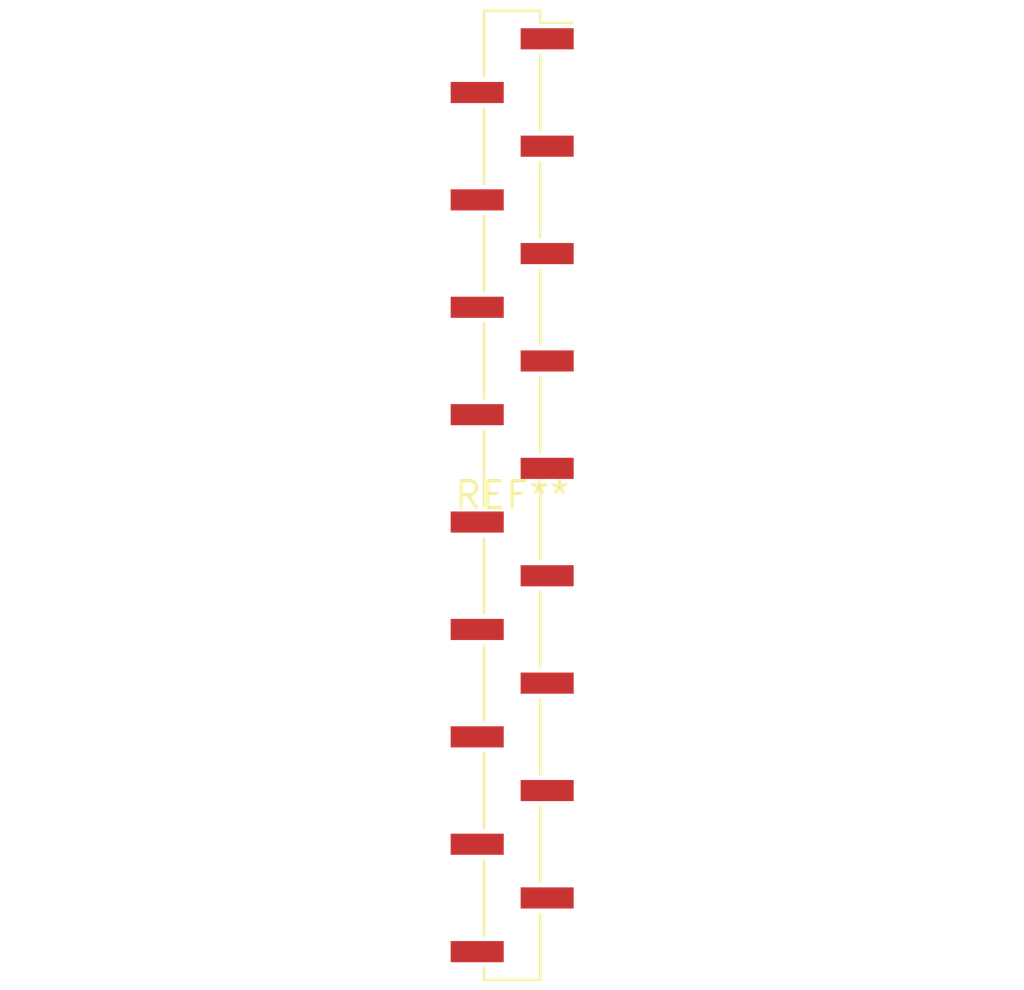
<source format=kicad_pcb>
(kicad_pcb (version 20240108) (generator pcbnew)
  (layers (0 "F.Cu" signal) (31 "B.Cu" signal) (34 "B.Paste" user) (35 "F.Paste" user) (36 "B.SilkS" user "B.Silkscreen") (37 "F.SilkS" user "F.Silkscreen") (38 "B.Mask" user) (39 "F.Mask" user) (44 "Edge.Cuts" user))
  (net 0 "")
  (footprint "PinHeader_1x18_P2.54mm_Vertical_SMD_Pin1Right" (layer "F.Cu") (at 0 0)
    (property "Reference" "REF**")
    (property "Value" "PinHeader_1x18_P2.54mm_Vertical_SMD_Pin1Right")
    (fp_line (start -1.33 -22.92) (end -1.33 -19.81) (layer "F.SilkS") (stroke (width 0.12)))
    (fp_line (start -1.33 -22.92) (end 1.33 -22.92) (layer "F.SilkS") (stroke (width 0.12)))
    (fp_line (start -1.33 -18.29) (end -1.33 -14.73) (layer "F.SilkS") (stroke (width 0.12)))
    (fp_line (start -1.33 -13.21) (end -1.33 -9.65) (layer "F.SilkS") (stroke (width 0.12)))
    (fp_line (start -1.33 -8.13) (end -1.33 -4.57) (layer "F.SilkS") (stroke (width 0.12)))
    (fp_line (start -1.33 -3.05) (end -1.33 0.51) (layer "F.SilkS") (stroke (width 0.12)))
    (fp_line (start -1.33 2.03) (end -1.33 5.59) (layer "F.SilkS") (stroke (width 0.12)))
    (fp_line (start -1.33 7.11) (end -1.33 10.67) (layer "F.SilkS") (stroke (width 0.12)))
    (fp_line (start -1.33 12.19) (end -1.33 15.75) (layer "F.SilkS") (stroke (width 0.12)))
    (fp_line (start -1.33 17.27) (end -1.33 20.83) (layer "F.SilkS") (stroke (width 0.12)))
    (fp_line (start -1.33 22.35) (end -1.33 22.92) (layer "F.SilkS") (stroke (width 0.12)))
    (fp_line (start -1.33 22.92) (end 1.33 22.92) (layer "F.SilkS") (stroke (width 0.12)))
    (fp_line (start 1.33 -22.92) (end 1.33 -22.35) (layer "F.SilkS") (stroke (width 0.12)))
    (fp_line (start 1.33 -22.35) (end 2.85 -22.35) (layer "F.SilkS") (stroke (width 0.12)))
    (fp_line (start 1.33 -20.83) (end 1.33 -17.27) (layer "F.SilkS") (stroke (width 0.12)))
    (fp_line (start 1.33 -15.75) (end 1.33 -12.19) (layer "F.SilkS") (stroke (width 0.12)))
    (fp_line (start 1.33 -10.67) (end 1.33 -7.11) (layer "F.SilkS") (stroke (width 0.12)))
    (fp_line (start 1.33 -5.59) (end 1.33 -2.03) (layer "F.SilkS") (stroke (width 0.12)))
    (fp_line (start 1.33 -0.51) (end 1.33 3.05) (layer "F.SilkS") (stroke (width 0.12)))
    (fp_line (start 1.33 4.57) (end 1.33 8.13) (layer "F.SilkS") (stroke (width 0.12)))
    (fp_line (start 1.33 9.65) (end 1.33 13.21) (layer "F.SilkS") (stroke (width 0.12)))
    (fp_line (start 1.33 14.73) (end 1.33 18.29) (layer "F.SilkS") (stroke (width 0.12)))
    (fp_line (start 1.33 19.81) (end 1.33 22.92) (layer "F.SilkS") (stroke (width 0.12)))
    (pad "1" smd rect (at 1.655 -21.59) (size 2.51 1) (layers "F.Cu" "F.Paste" "F.Mask"))
    (pad "2" smd rect (at -1.655 -19.05) (size 2.51 1) (layers "F.Cu" "F.Paste" "F.Mask"))
    (pad "3" smd rect (at 1.655 -16.51) (size 2.51 1) (layers "F.Cu" "F.Paste" "F.Mask"))
    (pad "4" smd rect (at -1.655 -13.97) (size 2.51 1) (layers "F.Cu" "F.Paste" "F.Mask"))
    (pad "5" smd rect (at 1.655 -11.43) (size 2.51 1) (layers "F.Cu" "F.Paste" "F.Mask"))
    (pad "6" smd rect (at -1.655 -8.89) (size 2.51 1) (layers "F.Cu" "F.Paste" "F.Mask"))
    (pad "7" smd rect (at 1.655 -6.35) (size 2.51 1) (layers "F.Cu" "F.Paste" "F.Mask"))
    (pad "8" smd rect (at -1.655 -3.81) (size 2.51 1) (layers "F.Cu" "F.Paste" "F.Mask"))
    (pad "9" smd rect (at 1.655 -1.27) (size 2.51 1) (layers "F.Cu" "F.Paste" "F.Mask"))
    (pad "10" smd rect (at -1.655 1.27) (size 2.51 1) (layers "F.Cu" "F.Paste" "F.Mask"))
    (pad "11" smd rect (at 1.655 3.81) (size 2.51 1) (layers "F.Cu" "F.Paste" "F.Mask"))
    (pad "12" smd rect (at -1.655 6.35) (size 2.51 1) (layers "F.Cu" "F.Paste" "F.Mask"))
    (pad "13" smd rect (at 1.655 8.89) (size 2.51 1) (layers "F.Cu" "F.Paste" "F.Mask"))
    (pad "14" smd rect (at -1.655 11.43) (size 2.51 1) (layers "F.Cu" "F.Paste" "F.Mask"))
    (pad "15" smd rect (at 1.655 13.97) (size 2.51 1) (layers "F.Cu" "F.Paste" "F.Mask"))
    (pad "16" smd rect (at -1.655 16.51) (size 2.51 1) (layers "F.Cu" "F.Paste" "F.Mask"))
    (pad "17" smd rect (at 1.655 19.05) (size 2.51 1) (layers "F.Cu" "F.Paste" "F.Mask"))
    (pad "18" smd rect (at -1.655 21.59) (size 2.51 1) (layers "F.Cu" "F.Paste" "F.Mask"))
  )
)
</source>
